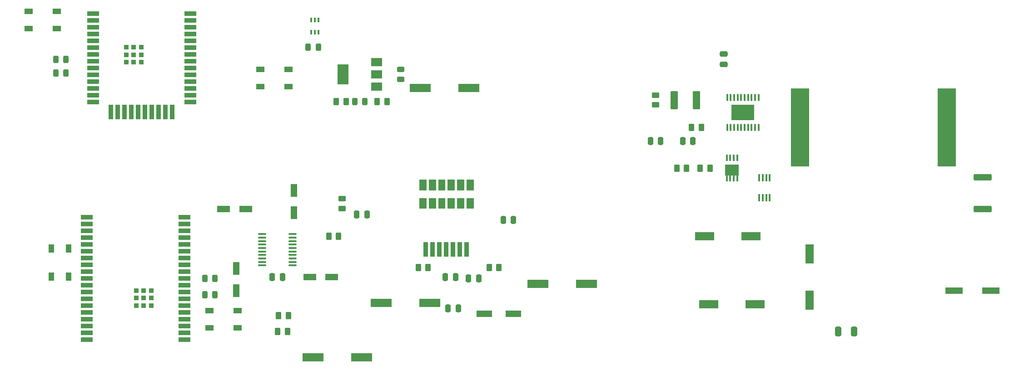
<source format=gbr>
%TF.GenerationSoftware,KiCad,Pcbnew,7.0.10*%
%TF.CreationDate,2024-03-05T22:09:10-05:00*%
%TF.ProjectId,PCB_Main_Final,5043425f-4d61-4696-9e5f-46696e616c2e,rev?*%
%TF.SameCoordinates,Original*%
%TF.FileFunction,Paste,Top*%
%TF.FilePolarity,Positive*%
%FSLAX46Y46*%
G04 Gerber Fmt 4.6, Leading zero omitted, Abs format (unit mm)*
G04 Created by KiCad (PCBNEW 7.0.10) date 2024-03-05 22:09:10*
%MOMM*%
%LPD*%
G01*
G04 APERTURE LIST*
G04 Aperture macros list*
%AMRoundRect*
0 Rectangle with rounded corners*
0 $1 Rounding radius*
0 $2 $3 $4 $5 $6 $7 $8 $9 X,Y pos of 4 corners*
0 Add a 4 corners polygon primitive as box body*
4,1,4,$2,$3,$4,$5,$6,$7,$8,$9,$2,$3,0*
0 Add four circle primitives for the rounded corners*
1,1,$1+$1,$2,$3*
1,1,$1+$1,$4,$5*
1,1,$1+$1,$6,$7*
1,1,$1+$1,$8,$9*
0 Add four rect primitives between the rounded corners*
20,1,$1+$1,$2,$3,$4,$5,0*
20,1,$1+$1,$4,$5,$6,$7,0*
20,1,$1+$1,$6,$7,$8,$9,0*
20,1,$1+$1,$8,$9,$2,$3,0*%
G04 Aperture macros list end*
%ADD10C,0.010000*%
%ADD11R,2.997200X1.193800*%
%ADD12R,3.911600X1.498600*%
%ADD13RoundRect,0.250000X0.262500X0.450000X-0.262500X0.450000X-0.262500X-0.450000X0.262500X-0.450000X0*%
%ADD14RoundRect,0.250000X-0.250000X-0.475000X0.250000X-0.475000X0.250000X0.475000X-0.250000X0.475000X0*%
%ADD15RoundRect,0.250000X-0.262500X-0.450000X0.262500X-0.450000X0.262500X0.450000X-0.262500X0.450000X0*%
%ADD16RoundRect,0.250000X0.250000X0.475000X-0.250000X0.475000X-0.250000X-0.475000X0.250000X-0.475000X0*%
%ADD17R,0.890000X2.790000*%
%ADD18RoundRect,0.100000X0.637500X0.100000X-0.637500X0.100000X-0.637500X-0.100000X0.637500X-0.100000X0*%
%ADD19R,3.352800X14.554200*%
%ADD20RoundRect,0.250000X-0.325000X-0.650000X0.325000X-0.650000X0.325000X0.650000X-0.325000X0.650000X0*%
%ADD21RoundRect,0.243750X-0.243750X-0.456250X0.243750X-0.456250X0.243750X0.456250X-0.243750X0.456250X0*%
%ADD22R,2.413000X1.168400*%
%ADD23RoundRect,0.250000X1.425000X-0.362500X1.425000X0.362500X-1.425000X0.362500X-1.425000X-0.362500X0*%
%ADD24RoundRect,0.249999X-0.450001X-1.450001X0.450001X-1.450001X0.450001X1.450001X-0.450001X1.450001X0*%
%ADD25R,2.000000X1.500000*%
%ADD26R,2.000000X3.800000*%
%ADD27R,0.304800X1.294801*%
%ADD28R,2.500000X2.000000*%
%ADD29R,2.160000X0.900000*%
%ADD30R,0.900000X2.700000*%
%ADD31R,0.900000X0.900000*%
%ADD32RoundRect,0.250000X0.450000X-0.262500X0.450000X0.262500X-0.450000X0.262500X-0.450000X-0.262500X0*%
%ADD33R,1.549400X0.990600*%
%ADD34RoundRect,0.243750X0.243750X0.456250X-0.243750X0.456250X-0.243750X-0.456250X0.243750X-0.456250X0*%
%ADD35RoundRect,0.243750X0.456250X-0.243750X0.456250X0.243750X-0.456250X0.243750X-0.456250X-0.243750X0*%
%ADD36O,0.349999X1.400000*%
%ADD37R,4.199999X2.999999*%
%ADD38R,1.168400X2.413000*%
%ADD39RoundRect,0.250000X0.475000X-0.250000X0.475000X0.250000X-0.475000X0.250000X-0.475000X-0.250000X0*%
%ADD40R,0.990600X1.549400*%
%ADD41R,0.439998X1.389999*%
%ADD42R,3.606800X1.498600*%
%ADD43R,1.498600X3.606800*%
%ADD44R,0.355600X0.876300*%
%ADD45R,3.302000X1.219200*%
G04 APERTURE END LIST*
%TO.C,U6*%
D10*
X131141000Y-86231000D02*
X129881000Y-86231000D01*
X129881000Y-84321000D01*
X131141000Y-84321000D01*
X131141000Y-86231000D01*
G36*
X131141000Y-86231000D02*
G01*
X129881000Y-86231000D01*
X129881000Y-84321000D01*
X131141000Y-84321000D01*
X131141000Y-86231000D01*
G37*
X131141000Y-82811000D02*
X129881000Y-82811000D01*
X129881000Y-80901000D01*
X131141000Y-80901000D01*
X131141000Y-82811000D01*
G36*
X131141000Y-82811000D02*
G01*
X129881000Y-82811000D01*
X129881000Y-80901000D01*
X131141000Y-80901000D01*
X131141000Y-82811000D01*
G37*
X129381000Y-86231000D02*
X128121000Y-86231000D01*
X128121000Y-84321000D01*
X129381000Y-84321000D01*
X129381000Y-86231000D01*
G36*
X129381000Y-86231000D02*
G01*
X128121000Y-86231000D01*
X128121000Y-84321000D01*
X129381000Y-84321000D01*
X129381000Y-86231000D01*
G37*
X129381000Y-82811000D02*
X128121000Y-82811000D01*
X128121000Y-80901000D01*
X129381000Y-80901000D01*
X129381000Y-82811000D01*
G36*
X129381000Y-82811000D02*
G01*
X128121000Y-82811000D01*
X128121000Y-80901000D01*
X129381000Y-80901000D01*
X129381000Y-82811000D01*
G37*
X127621000Y-86231000D02*
X126361000Y-86231000D01*
X126361000Y-84321000D01*
X127621000Y-84321000D01*
X127621000Y-86231000D01*
G36*
X127621000Y-86231000D02*
G01*
X126361000Y-86231000D01*
X126361000Y-84321000D01*
X127621000Y-84321000D01*
X127621000Y-86231000D01*
G37*
X127621000Y-82811000D02*
X126361000Y-82811000D01*
X126361000Y-80901000D01*
X127621000Y-80901000D01*
X127621000Y-82811000D01*
G36*
X127621000Y-82811000D02*
G01*
X126361000Y-82811000D01*
X126361000Y-80901000D01*
X127621000Y-80901000D01*
X127621000Y-82811000D01*
G37*
X125861000Y-86231000D02*
X124601000Y-86231000D01*
X124601000Y-84321000D01*
X125861000Y-84321000D01*
X125861000Y-86231000D01*
G36*
X125861000Y-86231000D02*
G01*
X124601000Y-86231000D01*
X124601000Y-84321000D01*
X125861000Y-84321000D01*
X125861000Y-86231000D01*
G37*
X125861000Y-82811000D02*
X124601000Y-82811000D01*
X124601000Y-80901000D01*
X125861000Y-80901000D01*
X125861000Y-82811000D01*
G36*
X125861000Y-82811000D02*
G01*
X124601000Y-82811000D01*
X124601000Y-80901000D01*
X125861000Y-80901000D01*
X125861000Y-82811000D01*
G37*
X124101000Y-86231000D02*
X122841000Y-86231000D01*
X122841000Y-84321000D01*
X124101000Y-84321000D01*
X124101000Y-86231000D01*
G36*
X124101000Y-86231000D02*
G01*
X122841000Y-86231000D01*
X122841000Y-84321000D01*
X124101000Y-84321000D01*
X124101000Y-86231000D01*
G37*
X124101000Y-82811000D02*
X122841000Y-82811000D01*
X122841000Y-80901000D01*
X124101000Y-80901000D01*
X124101000Y-82811000D01*
G36*
X124101000Y-82811000D02*
G01*
X122841000Y-82811000D01*
X122841000Y-80901000D01*
X124101000Y-80901000D01*
X124101000Y-82811000D01*
G37*
X122341000Y-86231000D02*
X121081000Y-86231000D01*
X121081000Y-84321000D01*
X122341000Y-84321000D01*
X122341000Y-86231000D01*
G36*
X122341000Y-86231000D02*
G01*
X121081000Y-86231000D01*
X121081000Y-84321000D01*
X122341000Y-84321000D01*
X122341000Y-86231000D01*
G37*
X122341000Y-82811000D02*
X121081000Y-82811000D01*
X121081000Y-80901000D01*
X122341000Y-80901000D01*
X122341000Y-82811000D01*
G36*
X122341000Y-82811000D02*
G01*
X121081000Y-82811000D01*
X121081000Y-80901000D01*
X122341000Y-80901000D01*
X122341000Y-82811000D01*
G37*
%TD*%
D11*
%TO.C,Cb3*%
X133184900Y-105918000D03*
X138595100Y-105918000D03*
%TD*%
D12*
%TO.C,C3b1*%
X113944400Y-103886000D03*
X123037600Y-103886000D03*
%TD*%
D13*
%TO.C,RsnR1*%
X134088500Y-97282000D03*
X135913500Y-97282000D03*
%TD*%
D12*
%TO.C,C0L1*%
X101244400Y-114046000D03*
X110337600Y-114046000D03*
%TD*%
D14*
%TO.C,Csc1*%
X127823000Y-99060000D03*
X125923000Y-99060000D03*
%TD*%
D15*
%TO.C,RsnL1*%
X122705500Y-97282000D03*
X120880500Y-97282000D03*
%TD*%
D14*
%TO.C,CsnL1*%
X128331000Y-104902000D03*
X126431000Y-104902000D03*
%TD*%
D12*
%TO.C,C0R1*%
X152247600Y-100330000D03*
X143154400Y-100330000D03*
%TD*%
D14*
%TO.C,CiL1*%
X111313000Y-87376000D03*
X109413000Y-87376000D03*
%TD*%
%TO.C,CiR1*%
X138618000Y-88392000D03*
X136718000Y-88392000D03*
%TD*%
D16*
%TO.C,CsnR2*%
X130241000Y-99314000D03*
X132141000Y-99314000D03*
%TD*%
D17*
%TO.C,U6*%
X129921000Y-93916000D03*
X128651000Y-93916000D03*
X127381000Y-93916000D03*
X126111000Y-93916000D03*
X124841000Y-93916000D03*
X123571000Y-93916000D03*
X122301000Y-93916000D03*
%TD*%
D18*
%TO.C,U9*%
X97482500Y-96905000D03*
X97482500Y-96255000D03*
X97482500Y-95605000D03*
X97482500Y-94955000D03*
X97482500Y-94305000D03*
X97482500Y-93655000D03*
X97482500Y-93005000D03*
X97482500Y-92355000D03*
X97482500Y-91705000D03*
X97482500Y-91055000D03*
X91757500Y-91055000D03*
X91757500Y-91705000D03*
X91757500Y-92355000D03*
X91757500Y-93005000D03*
X91757500Y-93655000D03*
X91757500Y-94305000D03*
X91757500Y-94955000D03*
X91757500Y-95605000D03*
X91757500Y-96255000D03*
X91757500Y-96905000D03*
%TD*%
D19*
%TO.C,L2*%
X219417900Y-71120000D03*
X192062100Y-71120000D03*
%TD*%
D20*
%TO.C,Coutx2*%
X199185000Y-109220000D03*
X202135000Y-109220000D03*
%TD*%
D21*
%TO.C,D10*%
X81112500Y-99365000D03*
X82987500Y-99365000D03*
%TD*%
D22*
%TO.C,C43*%
X100665200Y-99060000D03*
X104780000Y-99060000D03*
%TD*%
D23*
%TO.C,Rsense2*%
X226060000Y-86360000D03*
X226060000Y-80435000D03*
%TD*%
D13*
%TO.C,TH2*%
X107450000Y-66345000D03*
X105625000Y-66345000D03*
%TD*%
D24*
%TO.C,Ccomp3*%
X168620000Y-66040000D03*
X172720000Y-66040000D03*
%TD*%
D25*
%TO.C,U10*%
X113140000Y-63565000D03*
X113140000Y-61265000D03*
D26*
X106840000Y-61265000D03*
D25*
X113140000Y-58965000D03*
%TD*%
D27*
%TO.C,M4*%
X180337099Y-76847401D03*
X179687101Y-76847401D03*
X179037099Y-76847401D03*
X178387101Y-76847401D03*
X178387101Y-80640000D03*
X179037099Y-80640000D03*
X179687101Y-80640000D03*
X180337099Y-80640000D03*
D28*
X179362100Y-79071000D03*
%TD*%
D29*
%TO.C,U7*%
X60270000Y-49865000D03*
X60270000Y-51135000D03*
X60270000Y-52405000D03*
X60270000Y-53675000D03*
X60270000Y-54945000D03*
X60270000Y-56215000D03*
X60270000Y-57485000D03*
X60270000Y-58755000D03*
X60270000Y-60025000D03*
X60270000Y-61295000D03*
X60270000Y-62565000D03*
X60270000Y-63835000D03*
X60270000Y-65105000D03*
X60270000Y-66375000D03*
D30*
X63630000Y-68225000D03*
X64900000Y-68225000D03*
X66170000Y-68225000D03*
X67440000Y-68225000D03*
X68710000Y-68225000D03*
X69980000Y-68225000D03*
X71250000Y-68225000D03*
X72520000Y-68225000D03*
X73790000Y-68225000D03*
X75060000Y-68225000D03*
D29*
X78430000Y-66375000D03*
X78430000Y-65105000D03*
X78430000Y-63835000D03*
X78430000Y-62565000D03*
X78430000Y-61295000D03*
X78430000Y-60025000D03*
X78430000Y-58755000D03*
X78430000Y-57485000D03*
X78430000Y-56215000D03*
X78430000Y-54945000D03*
X78430000Y-53675000D03*
X78430000Y-52405000D03*
X78430000Y-51135000D03*
X78430000Y-49865000D03*
D31*
X66450000Y-56185000D03*
X66450000Y-56185000D03*
X66450000Y-57585000D03*
X66450000Y-58985000D03*
X66450000Y-58985000D03*
X67850000Y-56185000D03*
X67850000Y-57585000D03*
X67850000Y-58985000D03*
X67850000Y-58985000D03*
X69250000Y-56185000D03*
X69250000Y-57585000D03*
X69250000Y-58985000D03*
%TD*%
D32*
%TO.C,R26*%
X106680000Y-86285000D03*
X106680000Y-84460000D03*
%TD*%
D33*
%TO.C,SW8*%
X87215001Y-108584999D03*
X81964999Y-108584999D03*
X87215001Y-105385001D03*
X81964999Y-105385001D03*
%TD*%
D22*
%TO.C,C36*%
X88734900Y-86360000D03*
X84620100Y-86360000D03*
%TD*%
D34*
%TO.C,D13*%
X110927500Y-66345000D03*
X109052500Y-66345000D03*
%TD*%
D35*
%TO.C,D12*%
X117610000Y-62202500D03*
X117610000Y-60327500D03*
%TD*%
D21*
%TO.C,D11*%
X82987500Y-102405000D03*
X81112500Y-102405000D03*
%TD*%
D36*
%TO.C,U11*%
X184304998Y-65520002D03*
X183654997Y-65520002D03*
X183004999Y-65520002D03*
X182354997Y-65520002D03*
X181704999Y-65520002D03*
X181054997Y-65520002D03*
X180404999Y-65520002D03*
X179754997Y-65520002D03*
X179104999Y-65520002D03*
X178454998Y-65520002D03*
X178454998Y-71120000D03*
X179104999Y-71120000D03*
X179754997Y-71120000D03*
X180404999Y-71120000D03*
X181054997Y-71120000D03*
X181704999Y-71120000D03*
X182354997Y-71120000D03*
X183004999Y-71120000D03*
X183654997Y-71120000D03*
X184304998Y-71120000D03*
D37*
X181379998Y-68320001D03*
%TD*%
D16*
%TO.C,C39*%
X95570000Y-99060000D03*
X93670000Y-99060000D03*
%TD*%
D38*
%TO.C,C35*%
X87000000Y-97485200D03*
X87000000Y-101600000D03*
%TD*%
D15*
%TO.C,R28*%
X113245000Y-66345000D03*
X115070000Y-66345000D03*
%TD*%
D14*
%TO.C,Ccomp4*%
X164150000Y-73660000D03*
X166050000Y-73660000D03*
%TD*%
D21*
%TO.C,D8*%
X53315000Y-60960000D03*
X55190000Y-60960000D03*
%TD*%
D16*
%TO.C,Cres2*%
X172080000Y-73660000D03*
X170180000Y-73660000D03*
%TD*%
D39*
%TO.C,Css2*%
X177800000Y-59370000D03*
X177800000Y-57470000D03*
%TD*%
D33*
%TO.C,WIO0*%
X91440000Y-60300002D03*
X96690002Y-60300002D03*
X91440000Y-63500000D03*
X96690002Y-63500000D03*
%TD*%
D21*
%TO.C,D14*%
X100374986Y-56185000D03*
X102249986Y-56185000D03*
%TD*%
D38*
%TO.C,C44*%
X97681050Y-87038450D03*
X97681050Y-82923650D03*
%TD*%
D40*
%TO.C,RIO0*%
X55709999Y-93726251D03*
X55709999Y-98976253D03*
X52510001Y-93726251D03*
X52510001Y-98976253D03*
%TD*%
D33*
%TO.C,W EN*%
X48260000Y-49505001D03*
X53510002Y-49505001D03*
X48260000Y-52704999D03*
X53510002Y-52704999D03*
%TD*%
D15*
%TO.C,R34*%
X94695000Y-109220000D03*
X96520000Y-109220000D03*
%TD*%
D21*
%TO.C,D9*%
X53315000Y-58420000D03*
X55190000Y-58420000D03*
%TD*%
D15*
%TO.C,R33*%
X94845500Y-106270000D03*
X96670500Y-106270000D03*
%TD*%
D29*
%TO.C,U8*%
X77300000Y-110795000D03*
X77300000Y-109525000D03*
X77300000Y-108255000D03*
X77300000Y-106985000D03*
X77300000Y-105715000D03*
X77300000Y-104445000D03*
X77300000Y-103175000D03*
X77300000Y-101905000D03*
X77300000Y-100635000D03*
X77300000Y-99365000D03*
X77300000Y-98095000D03*
X77300000Y-96825000D03*
X77300000Y-95555000D03*
X77300000Y-94285000D03*
X77300000Y-93015000D03*
X77300000Y-91745000D03*
X77300000Y-90475000D03*
X77300000Y-89205000D03*
X77300000Y-87935000D03*
X59140000Y-87935000D03*
X59140000Y-89205000D03*
X59140000Y-90475000D03*
X59140000Y-91745000D03*
X59140000Y-93015000D03*
X59140000Y-94285000D03*
X59140000Y-95555000D03*
X59140000Y-96825000D03*
X59140000Y-98095000D03*
X59140000Y-99365000D03*
X59140000Y-100635000D03*
X59140000Y-101905000D03*
X59140000Y-103175000D03*
X59140000Y-104445000D03*
X59140000Y-105715000D03*
X59140000Y-106985000D03*
X59140000Y-108255000D03*
X59140000Y-109525000D03*
X59140000Y-110795000D03*
D31*
X71125000Y-104400000D03*
X71120000Y-103000000D03*
X71120000Y-101600000D03*
X69720000Y-104400000D03*
X69720000Y-103000000D03*
X69720000Y-101600000D03*
X68320000Y-104400000D03*
X68320000Y-103000000D03*
X68320000Y-101600000D03*
%TD*%
D41*
%TO.C,M3*%
X184442097Y-84226999D03*
X185092098Y-84226999D03*
X185742097Y-84226999D03*
X186392098Y-84226999D03*
X186392098Y-80536999D03*
X185742100Y-80536999D03*
X185092098Y-80536999D03*
X184442100Y-80536999D03*
%TD*%
D42*
%TO.C,Cout6*%
X175044100Y-104140000D03*
X183654700Y-104140000D03*
%TD*%
D43*
%TO.C,Cout5*%
X193814700Y-103365300D03*
X193814700Y-94754700D03*
%TD*%
D44*
%TO.C,Q2*%
X100950014Y-53327500D03*
X101600000Y-53327500D03*
X102249986Y-53327500D03*
X102249986Y-51105000D03*
X101600000Y-51105000D03*
X100950014Y-51105000D03*
%TD*%
D12*
%TO.C,C47*%
X130310000Y-63805000D03*
X121216800Y-63805000D03*
%TD*%
D45*
%TO.C,Cin2*%
X227622100Y-101600000D03*
X220713300Y-101600000D03*
%TD*%
D13*
%TO.C,Rslope2*%
X173632500Y-71120000D03*
X171807500Y-71120000D03*
%TD*%
D32*
%TO.C,Rcomp2*%
X165100000Y-66952500D03*
X165100000Y-65127500D03*
%TD*%
D15*
%TO.C,R25*%
X104215000Y-91440000D03*
X106040000Y-91440000D03*
%TD*%
D42*
%TO.C,Cout4*%
X182880000Y-91440000D03*
X174269400Y-91440000D03*
%TD*%
D13*
%TO.C,Rfbb2*%
X170895000Y-78740000D03*
X169070000Y-78740000D03*
%TD*%
%TO.C,Rfbt2*%
X175260000Y-78740000D03*
X173435000Y-78740000D03*
%TD*%
M02*

</source>
